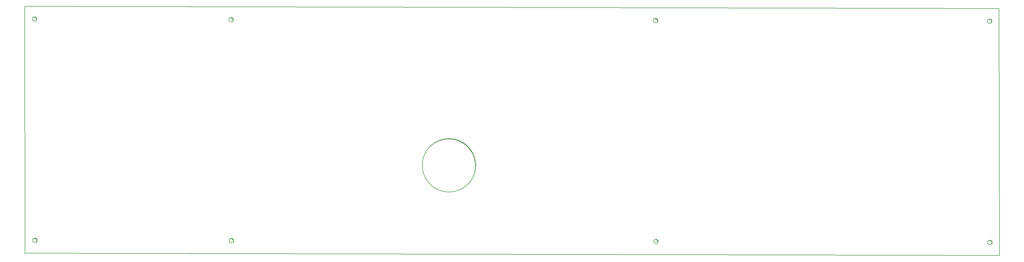
<source format=gbr>
G04 #@! TF.GenerationSoftware,KiCad,Pcbnew,(5.0.2-5-10.14)*
G04 #@! TF.CreationDate,2019-03-02T12:48:45-06:00*
G04 #@! TF.ProjectId,BackPanel,4261636b-5061-46e6-956c-2e6b69636164,rev?*
G04 #@! TF.SameCoordinates,Original*
G04 #@! TF.FileFunction,Profile,NP*
%FSLAX46Y46*%
G04 Gerber Fmt 4.6, Leading zero omitted, Abs format (unit mm)*
G04 Created by KiCad (PCBNEW (5.0.2-5-10.14)) date Saturday, March 02, 2019 at 12:48:45 PM*
%MOMM*%
%LPD*%
G01*
G04 APERTURE LIST*
%ADD10C,0.200000*%
G04 APERTURE END LIST*
D10*
X114487141Y-179129054D02*
G75*
G03X114487141Y-179129054I-760913J0D01*
G01*
X195715820Y-153856422D02*
G75*
G03X195715820Y-153856422I-8985544J0D01*
G01*
X368940607Y-105422910D02*
G75*
G03X368940607Y-105422910I-773128J0D01*
G01*
X113313436Y-178550787D02*
X113127826Y-178660508D01*
X371326737Y-101188150D02*
X371460004Y-184024583D01*
X371336598Y-184150000D02*
X44461053Y-183406194D01*
X371336598Y-184150000D02*
X371460004Y-184024583D01*
X44327786Y-100569761D02*
X44451192Y-100444345D01*
X256843558Y-105235806D02*
G75*
G03X256843558Y-105235806I-760913J0D01*
G01*
X48522573Y-179046710D02*
G75*
G03X48522573Y-179046710I-773128J0D01*
G01*
X114367742Y-104911603D02*
G75*
G03X114367742Y-104911603I-760914J0D01*
G01*
X113604391Y-178493559D02*
X113313436Y-178550787D01*
X367553639Y-104945616D02*
G75*
G02X368651732Y-106025292I485630J-604336D01*
G01*
X367673258Y-179298800D02*
G75*
G02X368771351Y-180378476I485630J-604336D01*
G01*
X255484585Y-104766986D02*
G75*
G02X256563226Y-105828943I475535J-595766D01*
G01*
X256080535Y-178817763D02*
G75*
G02X256682627Y-180046395I-1235J-762449D01*
G01*
X186620275Y-144996311D02*
G75*
G02X193056662Y-160290905I-4290J-9003407D01*
G01*
X180226768Y-147665779D02*
G75*
G02X186627029Y-144996317I6375330J-6278078D01*
G01*
X113008768Y-104442784D02*
G75*
G02X114087409Y-105504739I475535J-595765D01*
G01*
X47015988Y-104216231D02*
G75*
G02X48114079Y-105295909I485629J-604337D01*
G01*
X113604717Y-178493559D02*
G75*
G02X114206809Y-179722191I-1235J-762449D01*
G01*
X47135605Y-178569416D02*
G75*
G02X48233698Y-179649092I485630J-604336D01*
G01*
X256962959Y-179453258D02*
G75*
G03X256962959Y-179453258I-760913J0D01*
G01*
X48402954Y-104693526D02*
G75*
G03X48402954Y-104693526I-773128J0D01*
G01*
X44461053Y-183406194D02*
X44327786Y-100569761D01*
X44451192Y-100444345D02*
X371326737Y-101188150D01*
X369060227Y-179776094D02*
G75*
G03X369060227Y-179776094I-773129J0D01*
G01*
M02*

</source>
